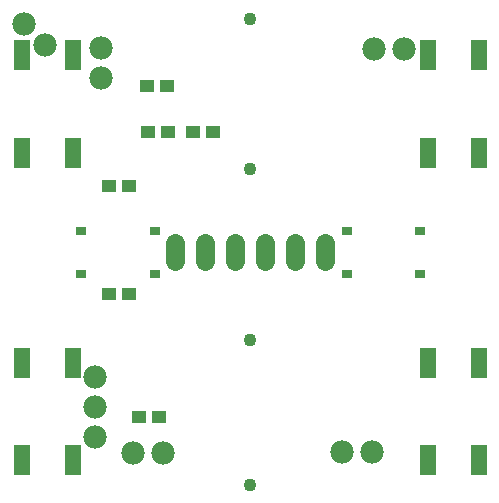
<source format=gts>
G75*
%MOIN*%
%OFA0B0*%
%FSLAX25Y25*%
%IPPOS*%
%LPD*%
%AMOC8*
5,1,8,0,0,1.08239X$1,22.5*
%
%ADD10C,0.04337*%
%ADD11R,0.05400X0.10400*%
%ADD12C,0.07800*%
%ADD13R,0.04731X0.04337*%
%ADD14R,0.03550X0.02762*%
%ADD15C,0.06400*%
D10*
X0088328Y0005050D03*
X0088328Y0053081D03*
X0088328Y0110168D03*
X0088328Y0160168D03*
D11*
X0012111Y0013204D03*
X0029111Y0013204D03*
X0029111Y0045715D03*
X0012111Y0045715D03*
X0012111Y0115566D03*
X0029111Y0115566D03*
X0029111Y0148078D03*
X0012111Y0148078D03*
X0147544Y0148078D03*
X0164544Y0148078D03*
X0164544Y0115566D03*
X0147544Y0115566D03*
X0147544Y0045715D03*
X0164544Y0045715D03*
X0164544Y0013204D03*
X0147544Y0013204D03*
D12*
X0128918Y0015837D03*
X0118918Y0015837D03*
X0059351Y0015680D03*
X0049351Y0015680D03*
X0036619Y0020900D03*
X0036619Y0030900D03*
X0036619Y0040900D03*
X0038430Y0140404D03*
X0038430Y0150404D03*
X0019816Y0151514D03*
X0012745Y0158586D03*
X0129666Y0150326D03*
X0139666Y0150326D03*
D13*
X0075966Y0122400D03*
X0069273Y0122400D03*
X0060966Y0122400D03*
X0054273Y0122400D03*
X0053773Y0137900D03*
X0060466Y0137900D03*
X0047966Y0104400D03*
X0041273Y0104400D03*
X0041273Y0068400D03*
X0047966Y0068400D03*
X0051273Y0027400D03*
X0057966Y0027400D03*
D14*
X0056438Y0075129D03*
X0056438Y0089696D03*
X0032029Y0089696D03*
X0032029Y0075129D03*
X0120414Y0075129D03*
X0120414Y0089696D03*
X0144824Y0089696D03*
X0144824Y0075129D03*
D15*
X0113328Y0079609D02*
X0113328Y0085609D01*
X0103328Y0085609D02*
X0103328Y0079609D01*
X0093328Y0079609D02*
X0093328Y0085609D01*
X0083328Y0085609D02*
X0083328Y0079609D01*
X0073328Y0079609D02*
X0073328Y0085609D01*
X0063328Y0085609D02*
X0063328Y0079609D01*
M02*

</source>
